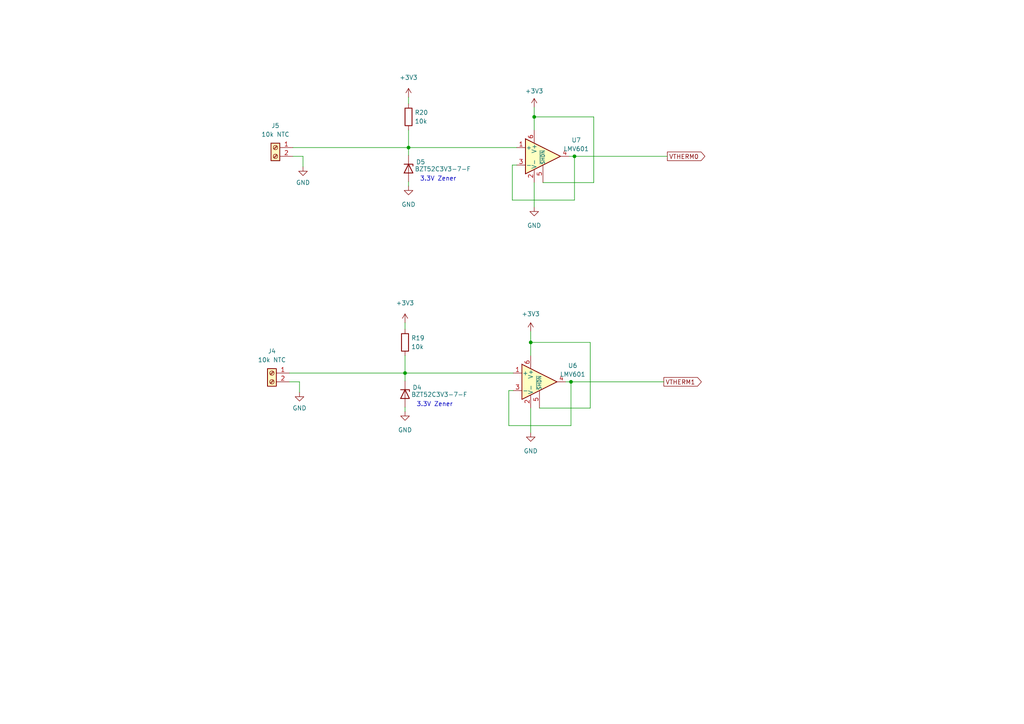
<source format=kicad_sch>
(kicad_sch (version 20211123) (generator eeschema)
  (paper "A4")
  (title_block (title "LINBus Coolant Temperature") (date "2023-02-18") (rev "1.0") (company "Gavin Hurlbut"))
  (lib_symbols
    (symbol "Amplifier_Operational:LMV601" (pin_names (offset 0.127))
      (property "Reference" "U" (at 3.81 3.81 0))
      (property "Value" "LMV601" (at 3.81 -3.81 0))
      (symbol "LMV601_0_1"
        (polyline (pts (xy -5.08 5.08) (xy 5.08 0) (xy -5.08 -5.08) (xy -5.08 5.08)) (stroke (width 0.254)) (fill (type background)))
      )
      (symbol "LMV601_1_1"
        (pin input line (at -7.62 2.54 0) (length 2.54) (name "+") (number "1"))
        (pin power_in line (at -2.54 -7.62 90) (length 3.81) (name "V-") (number "2"))
        (pin input line (at -7.62 -2.54 0) (length 2.54) (name "-") (number "3"))
        (pin output line (at 7.62 0 180) (length 2.54) (name "~") (number "4"))
        (pin input line (at 0 -7.62 90) (length 5.08) (name "~{SHDN}") (number "5"))
        (pin power_in line (at -2.54 7.62 270) (length 3.81) (name "V+") (number "6"))
      )
    )
    (symbol "Connector:Screw_Terminal_01x02" (pin_names (offset 1.016) hide)
      (property "Reference" "J" (at 0 2.54 0))
      (property "Value" "Screw_Terminal_01x02" (at 0 -5.08 0))
      (symbol "Screw_Terminal_01x02_1_1"
        (rectangle (start -1.27 1.27) (end 1.27 -3.81) (stroke (width 0.254)) (fill (type background)))
        (circle (center 0 -2.54) (radius 0.635) (stroke (width 0.1524)))
        (polyline (pts (xy -0.5334 -2.2098) (xy 0.3302 -3.048)) (stroke (width 0.1524)))
        (polyline (pts (xy -0.5334 0.3302) (xy 0.3302 -0.508)) (stroke (width 0.1524)))
        (polyline (pts (xy -0.3556 -2.032) (xy 0.508 -2.8702)) (stroke (width 0.1524)))
        (polyline (pts (xy -0.3556 0.508) (xy 0.508 -0.3302)) (stroke (width 0.1524)))
        (circle (center 0 0) (radius 0.635) (stroke (width 0.1524)))
        (pin passive line (at -5.08 0 0) (length 3.81) (name "Pin_1") (number "1"))
        (pin passive line (at -5.08 -2.54 0) (length 3.81) (name "Pin_2") (number "2"))
      )
    )
    (symbol "Device:D_Zener" (pin_numbers hide) (pin_names (offset 1.016) hide)
      (property "Reference" "D" (at 0 2.54 0))
      (property "Value" "D_Zener" (at 0 -2.54 0))
      (symbol "D_Zener_0_1"
        (polyline (pts (xy 1.27 0) (xy -1.27 0)))
        (polyline (pts (xy -1.27 -1.27) (xy -1.27 1.27) (xy -0.762 1.27)) (stroke (width 0.254)))
        (polyline (pts (xy 1.27 -1.27) (xy 1.27 1.27) (xy -1.27 0) (xy 1.27 -1.27)) (stroke (width 0.254)))
      )
      (symbol "D_Zener_1_1"
        (pin passive line (at -3.81 0 0) (length 2.54) (name "K") (number "1"))
        (pin passive line (at 3.81 0 180) (length 2.54) (name "A") (number "2"))
      )
    )
    (symbol "Device:R" (pin_numbers hide) (pin_names (offset 0))
      (property "Reference" "R" (at 2.032 0 90))
      (property "Value" "R" (at 0 0 90))
      (symbol "R_0_1"
        (rectangle (start -1.016 -2.54) (end 1.016 2.54) (stroke (width 0.254)))
      )
      (symbol "R_1_1"
        (pin passive line (at 0 3.81 270) (length 1.27) (name "~") (number "1"))
        (pin passive line (at 0 -3.81 90) (length 1.27) (name "~") (number "2"))
      )
    )
    (symbol "power:+3V3" (power) (pin_names (offset 0))
      (property "Value" "+3V3" (at 0 3.556 0))
      (symbol "+3V3_0_1"
        (polyline (pts (xy -0.762 1.27) (xy 0 2.54)))
        (polyline (pts (xy 0 0) (xy 0 2.54)))
        (polyline (pts (xy 0 2.54) (xy 0.762 1.27)))
      )
      (symbol "+3V3_1_1"
        (pin power_in line (at 0 0 90) (length 0) hide (name "+3V3") (number "1"))
      )
    )
    (symbol "power:GND" (power) (pin_names (offset 0))
      (property "Value" "GND" (at 0 -3.81 0))
      (symbol "GND_0_1"
        (polyline (pts (xy 0 0) (xy 0 -1.27) (xy 1.27 -1.27) (xy 0 -2.54) (xy -1.27 -1.27) (xy 0 -1.27)))
      )
      (symbol "GND_1_1"
        (pin power_in line (at 0 0 270) (length 0) hide (name "GND") (number "1"))
      )
    )
  )
  (junction (at 154.94 33.909))
  (junction (at 118.491 42.799))
  (junction (at 166.624 45.339))
  (junction (at 153.924 99.314))
  (junction (at 165.608 110.744))
  (junction (at 117.475 108.204))
  (wire (pts (xy 148.59 47.879) (xy 148.59 58.039)))
  (wire (pts (xy 118.491 42.799) (xy 149.86 42.799)))
  (wire (pts (xy 118.491 28.194) (xy 118.491 30.099)))
  (wire (pts (xy 86.868 110.744) (xy 83.947 110.744)))
  (wire (pts (xy 117.475 108.204) (xy 117.475 110.49)))
  (wire (pts (xy 153.924 99.314) (xy 171.196 99.314)))
  (wire (pts (xy 117.475 108.204) (xy 148.844 108.204)))
  (wire (pts (xy 87.884 48.387) (xy 87.884 45.339)))
  (wire (pts (xy 165.1 45.339) (xy 166.624 45.339)))
  (wire (pts (xy 87.884 45.339) (xy 84.963 45.339)))
  (wire (pts (xy 83.947 108.204) (xy 117.475 108.204)))
  (wire (pts (xy 172.212 33.909) (xy 172.212 52.959)))
  (wire (pts (xy 117.475 118.11) (xy 117.475 119.38)))
  (wire (pts (xy 166.624 45.339) (xy 193.548 45.339)))
  (wire (pts (xy 154.94 31.115) (xy 154.94 33.909)))
  (wire (pts (xy 86.868 113.792) (xy 86.868 110.744)))
  (wire (pts (xy 149.86 47.879) (xy 148.59 47.879)))
  (wire (pts (xy 153.924 118.364) (xy 153.924 125.476)))
  (wire (pts (xy 154.94 52.959) (xy 154.94 60.071)))
  (wire (pts (xy 147.574 113.284) (xy 147.574 123.444)))
  (wire (pts (xy 118.491 42.799) (xy 118.491 45.085)))
  (wire (pts (xy 148.59 58.039) (xy 166.624 58.039)))
  (wire (pts (xy 172.212 52.959) (xy 157.48 52.959)))
  (wire (pts (xy 117.475 103.124) (xy 117.475 108.204)))
  (wire (pts (xy 166.624 58.039) (xy 166.624 45.339)))
  (wire (pts (xy 118.491 52.705) (xy 118.491 53.975)))
  (wire (pts (xy 118.491 37.719) (xy 118.491 42.799)))
  (wire (pts (xy 153.924 96.139) (xy 153.924 99.314)))
  (wire (pts (xy 171.196 118.364) (xy 156.464 118.364)))
  (wire (pts (xy 84.963 42.799) (xy 118.491 42.799)))
  (wire (pts (xy 165.608 110.744) (xy 192.532 110.744)))
  (wire (pts (xy 117.475 93.599) (xy 117.475 95.504)))
  (wire (pts (xy 154.94 33.909) (xy 172.212 33.909)))
  (wire (pts (xy 171.196 99.314) (xy 171.196 118.364)))
  (wire (pts (xy 164.084 110.744) (xy 165.608 110.744)))
  (wire (pts (xy 148.844 113.284) (xy 147.574 113.284)))
  (wire (pts (xy 153.924 99.314) (xy 153.924 103.124)))
  (wire (pts (xy 147.574 123.444) (xy 165.608 123.444)))
  (wire (pts (xy 154.94 33.909) (xy 154.94 37.719)))
  (wire (pts (xy 165.608 123.444) (xy 165.608 110.744)))
  (text "3.3V Zener" (at 121.793 52.705 0) (effects (font (size 1.27 1.27)) (justify left bottom)))
  (text "3.3V Zener" (at 120.777 118.11 0) (effects (font (size 1.27 1.27)) (justify left bottom)))
  (global_label "VTHERM0" (shape output) (at 193.548 45.339 0) (property "Intersheet References" "${INTERSHEET_REFS}" (effects hide)))
  (global_label "VTHERM1" (shape output) (at 192.532 110.744 0) (property "Intersheet References" "${INTERSHEET_REFS}" (effects hide)))
  (symbol (lib_id "power:+3V3") (at 117.475 93.599 0) (unit 1)
    (property "Reference" "#PWR042" (effects hide))
    (property "Value" "+3V3" (at 117.475 87.884 0))
  )
  (symbol (lib_id "power:GND") (at 153.924 125.476 0) (unit 1)
    (property "Reference" "#PWR047" (effects hide))
    (property "Value" "GND" (at 153.924 130.81 0))
  )
  (symbol (lib_id "Amplifier_Operational:LMV601") (at 157.48 45.339 0) (unit 1)
    (property "Reference" "U7" (at 167.132 40.64 0))
    (property "Value" "LMV601" (at 167.132 43.18 0))
    (property "Footprint" "Package_TO_SOT_SMD:SOT-363_SC-70-6" (effects hide))
    (property "Datasheet" "http://www.ti.com/lit/ds/symlink/lmv601.pdf" (effects hide))
  )
  (symbol (lib_id "Device:D_Zener") (at 117.475 114.3 270) (unit 1)
    (property "Reference" "D4" (at 119.634 112.395 90) (effects (justify left)))
    (property "Value" "BZT52C3V3-7-F" (at 119.253 114.427 90) (effects (justify left)))
    (property "Footprint" "Diode_SMD:D_SOD-123" (effects hide))
  )
  (symbol (lib_id "power:GND") (at 117.475 119.38 0) (unit 1)
    (property "Reference" "#PWR043" (effects hide))
    (property "Value" "GND" (at 117.475 124.714 0))
  )
  (symbol (lib_id "power:GND") (at 154.94 60.071 0) (unit 1)
    (property "Reference" "#PWR049" (effects hide))
    (property "Value" "GND" (at 154.94 65.405 0))
  )
  (symbol (lib_id "power:GND") (at 118.491 53.975 0) (unit 1)
    (property "Reference" "#PWR045" (effects hide))
    (property "Value" "GND" (at 118.491 59.309 0))
  )
  (symbol (lib_id "Connector:Screw_Terminal_01x02") (at 79.883 42.799 0) (mirror y) (unit 1)
    (property "Reference" "J5" (at 79.883 36.449 0))
    (property "Value" "10k NTC" (at 79.883 38.989 0))
    (property "Footprint" "TerminalBlock_TE-Connectivity:TerminalBlock_TE_282834-2_1x02_P2.54mm_Horizontal" (effects hide))
  )
  (symbol (lib_id "power:+3V3") (at 153.924 96.139 0) (unit 1)
    (property "Reference" "#PWR046" (effects hide))
    (property "Value" "+3V3" (at 153.924 91.059 0))
  )
  (symbol (lib_id "Connector:Screw_Terminal_01x02") (at 78.867 108.204 0) (mirror y) (unit 1)
    (property "Reference" "J4" (at 78.867 101.854 0))
    (property "Value" "10k NTC" (at 78.867 104.394 0))
    (property "Footprint" "TerminalBlock_TE-Connectivity:TerminalBlock_TE_282834-2_1x02_P2.54mm_Horizontal" (effects hide))
  )
  (symbol (lib_id "Device:R") (at 117.475 99.314 0) (unit 1)
    (property "Reference" "R19" (at 119.253 98.0439 0) (effects (justify left)))
    (property "Value" "10k" (at 119.253 100.5839 0) (effects (justify left)))
    (property "Footprint" "Resistor_SMD:R_0805_2012Metric_Pad1.20x1.40mm_HandSolder" (effects hide))
  )
  (symbol (lib_id "power:GND") (at 87.884 48.387 0) (unit 1)
    (property "Reference" "#PWR041" (effects hide))
    (property "Value" "GND" (at 87.884 52.959 0))
  )
  (symbol (lib_id "Device:R") (at 118.491 33.909 0) (unit 1)
    (property "Reference" "R20" (at 120.269 32.6389 0) (effects (justify left)))
    (property "Value" "10k" (at 120.269 35.1789 0) (effects (justify left)))
    (property "Footprint" "Resistor_SMD:R_0805_2012Metric_Pad1.20x1.40mm_HandSolder" (effects hide))
  )
  (symbol (lib_id "power:+3V3") (at 118.491 28.194 0) (unit 1)
    (property "Reference" "#PWR044" (effects hide))
    (property "Value" "+3V3" (at 118.491 22.479 0))
  )
  (symbol (lib_id "Device:D_Zener") (at 118.491 48.895 270) (unit 1)
    (property "Reference" "D5" (at 120.65 46.99 90) (effects (justify left)))
    (property "Value" "BZT52C3V3-7-F" (at 120.269 49.022 90) (effects (justify left)))
    (property "Footprint" "Diode_SMD:D_SOD-123" (effects hide))
  )
  (symbol (lib_id "Amplifier_Operational:LMV601") (at 156.464 110.744 0) (unit 1)
    (property "Reference" "U6" (at 166.116 106.045 0))
    (property "Value" "LMV601" (at 166.116 108.585 0))
    (property "Footprint" "Package_TO_SOT_SMD:SOT-363_SC-70-6" (effects hide))
    (property "Datasheet" "http://www.ti.com/lit/ds/symlink/lmv601.pdf" (effects hide))
  )
  (symbol (lib_id "power:+3V3") (at 154.94 31.115 0) (unit 1)
    (property "Reference" "#PWR048" (effects hide))
    (property "Value" "+3V3" (at 154.94 26.416 0))
  )
  (symbol (lib_id "power:GND") (at 86.868 113.792 0) (unit 1)
    (property "Reference" "#PWR040" (effects hide))
    (property "Value" "GND" (at 86.868 118.364 0))
  )
)
</source>
